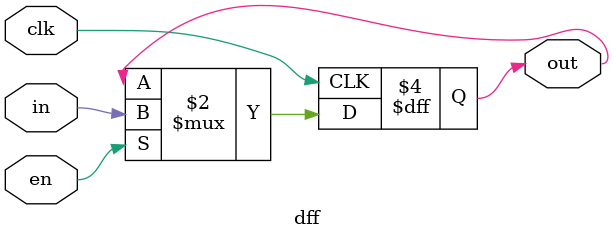
<source format=v>
module btn_sync(in, clk, out);

input wire in;
input wire clk;

output wire out;

wire en;
wire Q0, Q1, Q2;
wire Q2n; 

clk_div_enable clk_div_en (.clk(clk), .en(en));

dff dff_0(.clk(clk), .en(en), .in(in), .out(Q0));
dff dff_1(.clk(clk), .en(en), .in(Q0), .out(Q1));
dff dff_3(.clk(clk), .en(en), .in(Q1), .out(Q2));

assign out = Q1 & Q2;

endmodule

// Slow clock enable for debouncing button 
module clk_div_enable(clk, en);

input wire clk;
output wire en;

    reg [26:0] counter=0;

    always @(posedge clk)
       counter <= (counter >= 249999) ? 0 : counter+1;

    assign en = (counter == 249999) ? 1'b1 : 1'b0;
endmodule

module dff(clk, en,in, out);

input wire clk;
input wire en;
input wire in;

output reg out;

always @ (posedge clk)
  if(en) out <= in;

endmodule 


</source>
